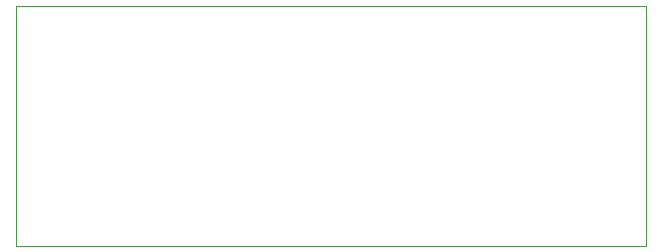
<source format=gbr>
G04 #@! TF.GenerationSoftware,KiCad,Pcbnew,8.0.3+1*
G04 #@! TF.CreationDate,2024-08-16T11:58:03+00:00*
G04 #@! TF.ProjectId,DDT_i2c_proto_breakboard,4444545f-6932-4635-9f70-726f746f5f62,rev?*
G04 #@! TF.SameCoordinates,Original*
G04 #@! TF.FileFunction,Profile,NP*
%FSLAX46Y46*%
G04 Gerber Fmt 4.6, Leading zero omitted, Abs format (unit mm)*
G04 Created by KiCad (PCBNEW 8.0.3+1) date 2024-08-16 11:58:03*
%MOMM*%
%LPD*%
G01*
G04 APERTURE LIST*
G04 #@! TA.AperFunction,Profile*
%ADD10C,0.050000*%
G04 #@! TD*
G04 APERTURE END LIST*
D10*
X101600000Y-66040000D02*
X154940000Y-66040000D01*
X154940000Y-86360000D01*
X101600000Y-86360000D01*
X101600000Y-66040000D01*
M02*

</source>
